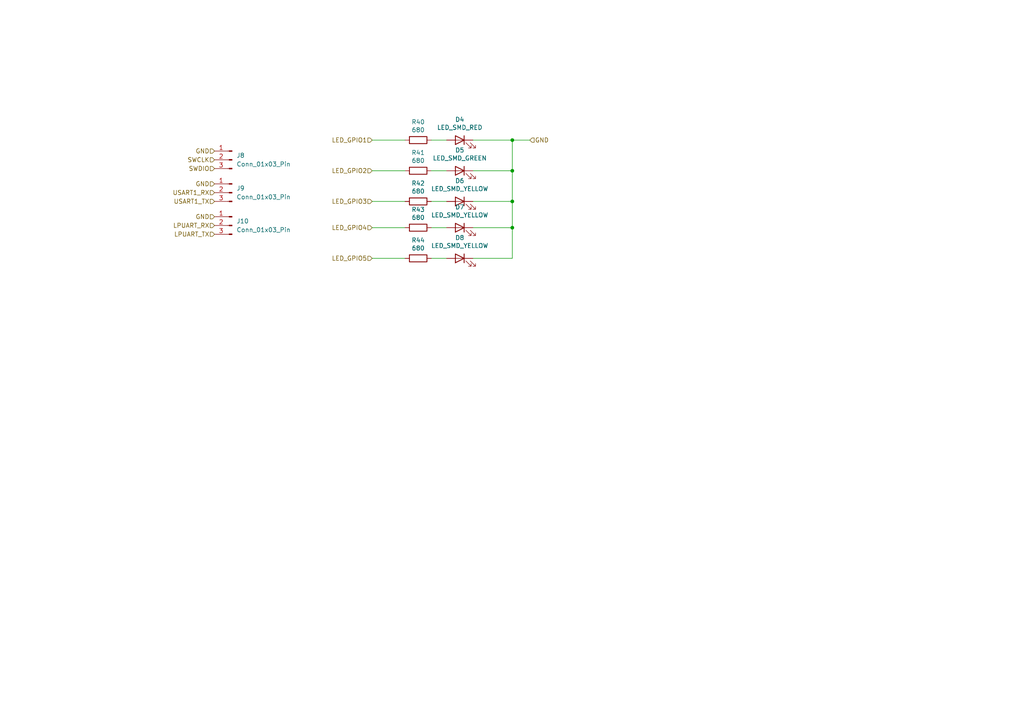
<source format=kicad_sch>
(kicad_sch (version 20231120) (generator "eeschema") (generator_version "8.0")
  (paper "A4")
  (lib_symbols
    (symbol "Connector:Conn_01x03_Pin" (pin_names (offset 1.016) hide)
      (property "Reference" "J" (at 0 5.08 0))
      (property "Value" "Conn_01x03_Pin" (at 0 -5.08 0))
      (symbol "Conn_01x03_Pin_1_1"
        (polyline (pts (xy 1.27 -2.54) (xy 0.8636 -2.54)) (stroke (width 0.1524)))
        (polyline (pts (xy 1.27 0) (xy 0.8636 0)) (stroke (width 0.1524)))
        (polyline (pts (xy 1.27 2.54) (xy 0.8636 2.54)) (stroke (width 0.1524)))
        (rectangle (start 0.8636 -2.413) (end 0 -2.667) (stroke (width 0.1524)) (fill (type outline)))
        (rectangle (start 0.8636 0.127) (end 0 -0.127) (stroke (width 0.1524)) (fill (type outline)))
        (rectangle (start 0.8636 2.667) (end 0 2.413) (stroke (width 0.1524)) (fill (type outline)))
        (pin passive line (at 5.08 2.54 180) (length 3.81) (name "Pin_1") (number "1"))
        (pin passive line (at 5.08 0 180) (length 3.81) (name "Pin_2") (number "2"))
        (pin passive line (at 5.08 -2.54 180) (length 3.81) (name "Pin_3") (number "3"))
      )
    )
    (symbol "Device:LED" (pin_numbers hide) (pin_names (offset 1.016) hide)
      (property "Reference" "D" (at 0 2.54 0))
      (property "Value" "LED" (at 0 -2.54 0))
      (symbol "LED_0_1"
        (polyline (pts (xy -1.27 -1.27) (xy -1.27 1.27)) (stroke (width 0.254)))
        (polyline (pts (xy -1.27 0) (xy 1.27 0)))
        (polyline (pts (xy 1.27 -1.27) (xy 1.27 1.27) (xy -1.27 0) (xy 1.27 -1.27)) (stroke (width 0.254)))
        (polyline (pts (xy -3.048 -0.762) (xy -4.572 -2.286) (xy -3.81 -2.286) (xy -4.572 -2.286) (xy -4.572 -1.524)))
        (polyline (pts (xy -1.778 -0.762) (xy -3.302 -2.286) (xy -2.54 -2.286) (xy -3.302 -2.286) (xy -3.302 -1.524)))
      )
      (symbol "LED_1_1"
        (pin passive line (at -3.81 0 0) (length 2.54) (name "K") (number "1"))
        (pin passive line (at 3.81 0 180) (length 2.54) (name "A") (number "2"))
      )
    )
    (symbol "Device:R" (pin_numbers hide) (pin_names (offset 0))
      (property "Reference" "R" (at 2.032 0 90))
      (property "Value" "R" (at 0 0 90))
      (symbol "R_0_1"
        (rectangle (start -1.016 -2.54) (end 1.016 2.54) (stroke (width 0.254)))
      )
      (symbol "R_1_1"
        (pin passive line (at 0 3.81 270) (length 1.27) (name "~") (number "1"))
        (pin passive line (at 0 -3.81 90) (length 1.27) (name "~") (number "2"))
      )
    )
  )
  (junction (at 148.59 58.42))
  (junction (at 148.59 40.64))
  (junction (at 148.59 66.04))
  (junction (at 148.59 49.53))
  (wire (pts (xy 137.16 49.53) (xy 148.59 49.53)))
  (wire (pts (xy 137.16 74.93) (xy 148.59 74.93)))
  (wire (pts (xy 148.59 40.64) (xy 153.67 40.64)))
  (wire (pts (xy 137.16 40.64) (xy 148.59 40.64)))
  (wire (pts (xy 137.16 66.04) (xy 148.59 66.04)))
  (wire (pts (xy 125.095 58.42) (xy 129.54 58.42)))
  (wire (pts (xy 125.095 40.64) (xy 129.54 40.64)))
  (wire (pts (xy 125.095 74.93) (xy 129.54 74.93)))
  (wire (pts (xy 148.59 66.04) (xy 148.59 74.93)))
  (wire (pts (xy 125.095 49.53) (xy 129.54 49.53)))
  (wire (pts (xy 148.59 49.53) (xy 148.59 58.42)))
  (wire (pts (xy 125.095 66.04) (xy 129.54 66.04)))
  (wire (pts (xy 148.59 40.64) (xy 148.59 49.53)))
  (wire (pts (xy 107.95 49.53) (xy 117.475 49.53)))
  (wire (pts (xy 107.95 40.64) (xy 117.475 40.64)))
  (wire (pts (xy 107.95 58.42) (xy 117.475 58.42)))
  (wire (pts (xy 137.16 58.42) (xy 148.59 58.42)))
  (wire (pts (xy 107.95 66.04) (xy 117.475 66.04)))
  (wire (pts (xy 148.59 58.42) (xy 148.59 66.04)))
  (wire (pts (xy 107.95 74.93) (xy 117.475 74.93)))
  (hierarchical_label "LPUART_RX" (shape input) (at 62.23 65.405 180))
  (hierarchical_label "LPUART_TX" (shape input) (at 62.23 67.945 180))
  (hierarchical_label "USART1_RX" (shape input) (at 62.23 55.88 180))
  (hierarchical_label "GND" (shape input) (at 153.67 40.64 0))
  (hierarchical_label "SWDIO" (shape input) (at 62.23 48.895 180))
  (hierarchical_label "SWCLK" (shape input) (at 62.23 46.355 180))
  (hierarchical_label "LED_GPIO5" (shape input) (at 107.95 74.93 180))
  (hierarchical_label "GND" (shape input) (at 62.23 43.815 180))
  (hierarchical_label "USART1_TX" (shape input) (at 62.23 58.42 180))
  (hierarchical_label "LED_GPIO1" (shape input) (at 107.95 40.64 180))
  (hierarchical_label "GND" (shape input) (at 62.23 62.865 180))
  (hierarchical_label "LED_GPIO4" (shape input) (at 107.95 66.04 180))
  (hierarchical_label "LED_GPIO3" (shape input) (at 107.95 58.42 180))
  (hierarchical_label "LED_GPIO2" (shape input) (at 107.95 49.53 180))
  (hierarchical_label "GND" (shape input) (at 62.23 53.34 180))
  (symbol (lib_id "Connector:Conn_01x03_Pin") (at 67.31 46.355 0) (mirror y) (unit 1)
    (property "Reference" "J8" (at 68.58 45.0849 0) (effects (justify right)))
    (property "Value" "Conn_01x03_Pin" (at 68.58 47.6249 0) (effects (justify right)))
    (property "Footprint" "Connector_PinHeader_2.54mm:PinHeader_1x03_P2.54mm_Vertical" (effects (hide yes)))
    (property "Description" "Generic connector, single row, 01x03, script generated" (effects (hide yes)))
  )
  (symbol (lib_id "Device:LED") (at 133.35 66.04 0) (mirror y) (unit 1)
    (property "Reference" "D7" (at 133.35 60.071 0))
    (property "Value" "LED_SMD_YELLOW" (at 133.35 62.3824 0))
    (property "Footprint" "LED_SMD:LED_0603_1608Metric_Pad1.05x0.95mm_HandSolder" (effects (hide yes)))
    (property "Description" "Light emitting diode" (effects (hide yes)))
    (property "Mfr. #" "150060YS75000" (effects (hide yes)))
    (property "Order" "https://www.digikey.com/product-detail/en/w%C3%BCrth-elektronik/150060YS75000/732-4981-1-ND/4489907" (effects (hide yes)))
  )
  (symbol (lib_id "Device:R") (at 121.285 66.04 270) (unit 1)
    (property "Reference" "R43" (at 121.285 60.7822 90))
    (property "Value" "680" (at 121.285 63.0936 90))
    (property "Footprint" "Resistor_SMD:R_0402_1005Metric_Pad0.72x0.64mm_HandSolder" (effects (hide yes)))
    (property "Datasheet" "https://www.mouser.com/datasheet/2/427/dcrcwe3-1762152.pdf" (effects (hide yes)))
    (property "Mfr. #" "CRCW0603330RJNEA" (effects (hide yes)))
    (property "Order" "https://www.mouser.com/ProductDetail/Vishay-Dale/CRCW0603330RJNEA?qs=sGAEpiMZZMvdGkrng054txEw7b1YnvGuOZy2K9Wfq5k%3D" (effects (hide yes)))
  )
  (symbol (lib_id "Device:R") (at 121.285 74.93 270) (unit 1)
    (property "Reference" "R44" (at 121.285 69.6722 90))
    (property "Value" "680" (at 121.285 71.9836 90))
    (property "Footprint" "Resistor_SMD:R_0402_1005Metric_Pad0.72x0.64mm_HandSolder" (effects (hide yes)))
    (property "Datasheet" "https://www.mouser.com/datasheet/2/427/dcrcwe3-1762152.pdf" (effects (hide yes)))
    (property "Mfr. #" "CRCW0603330RJNEA" (effects (hide yes)))
    (property "Order" "https://www.mouser.com/ProductDetail/Vishay-Dale/CRCW0603330RJNEA?qs=sGAEpiMZZMvdGkrng054txEw7b1YnvGuOZy2K9Wfq5k%3D" (effects (hide yes)))
  )
  (symbol (lib_id "Device:LED") (at 133.35 74.93 0) (mirror y) (unit 1)
    (property "Reference" "D8" (at 133.35 68.961 0))
    (property "Value" "LED_SMD_YELLOW" (at 133.35 71.2724 0))
    (property "Footprint" "LED_SMD:LED_0603_1608Metric_Pad1.05x0.95mm_HandSolder" (effects (hide yes)))
    (property "Description" "Light emitting diode" (effects (hide yes)))
    (property "Mfr. #" "150060YS75000" (effects (hide yes)))
    (property "Order" "https://www.digikey.com/product-detail/en/w%C3%BCrth-elektronik/150060YS75000/732-4981-1-ND/4489907" (effects (hide yes)))
  )
  (symbol (lib_id "Device:R") (at 121.285 49.53 270) (unit 1)
    (property "Reference" "R41" (at 121.285 44.2722 90))
    (property "Value" "680" (at 121.285 46.5836 90))
    (property "Footprint" "Resistor_SMD:R_0402_1005Metric_Pad0.72x0.64mm_HandSolder" (effects (hide yes)))
    (property "Datasheet" "https://www.mouser.com/datasheet/2/427/dcrcwe3-1762152.pdf" (effects (hide yes)))
    (property "Mfr. #" "CRCW0603330RJNEA" (effects (hide yes)))
    (property "Order" "https://www.mouser.com/ProductDetail/Vishay-Dale/CRCW0603330RJNEA?qs=sGAEpiMZZMvdGkrng054txEw7b1YnvGuOZy2K9Wfq5k%3D" (effects (hide yes)))
  )
  (symbol (lib_id "Device:LED") (at 133.35 40.64 0) (mirror y) (unit 1)
    (property "Reference" "D4" (at 133.35 34.671 0))
    (property "Value" "LED_SMD_RED" (at 133.35 36.9824 0))
    (property "Footprint" "LED_SMD:LED_0603_1608Metric_Pad1.05x0.95mm_HandSolder" (effects (hide yes)))
    (property "Description" "Light emitting diode" (effects (hide yes)))
    (property "Mfr. #" "150060RS75000" (effects (hide yes)))
    (property "Order" "https://www.digikey.com/product-detail/en/w%C3%BCrth-elektronik/150060RS75000/732-4978-1-ND/4489899" (effects (hide yes)))
  )
  (symbol (lib_id "Connector:Conn_01x03_Pin") (at 67.31 65.405 0) (mirror y) (unit 1)
    (property "Reference" "J10" (at 68.58 64.1349 0) (effects (justify right)))
    (property "Value" "Conn_01x03_Pin" (at 68.58 66.6749 0) (effects (justify right)))
    (property "Footprint" "Connector_PinHeader_2.54mm:PinHeader_1x03_P2.54mm_Vertical" (effects (hide yes)))
    (property "Description" "Generic connector, single row, 01x03, script generated" (effects (hide yes)))
  )
  (symbol (lib_id "Device:R") (at 121.285 40.64 270) (unit 1)
    (property "Reference" "R40" (at 121.285 35.3822 90))
    (property "Value" "680" (at 121.285 37.6936 90))
    (property "Footprint" "Resistor_SMD:R_0402_1005Metric_Pad0.72x0.64mm_HandSolder" (effects (hide yes)))
    (property "Datasheet" "https://www.mouser.com/datasheet/2/427/dcrcwe3-1762152.pdf" (effects (hide yes)))
    (property "Mfr. #" "CRCW0603330RJNEA" (effects (hide yes)))
    (property "Order" "https://www.mouser.com/ProductDetail/Vishay-Dale/CRCW0603330RJNEA?qs=sGAEpiMZZMvdGkrng054txEw7b1YnvGuOZy2K9Wfq5k%3D" (effects (hide yes)))
  )
  (symbol (lib_id "Connector:Conn_01x03_Pin") (at 67.31 55.88 0) (mirror y) (unit 1)
    (property "Reference" "J9" (at 68.58 54.6099 0) (effects (justify right)))
    (property "Value" "Conn_01x03_Pin" (at 68.58 57.1499 0) (effects (justify right)))
    (property "Footprint" "Connector_PinHeader_2.54mm:PinHeader_1x03_P2.54mm_Vertical" (effects (hide yes)))
    (property "Description" "Generic connector, single row, 01x03, script generated" (effects (hide yes)))
  )
  (symbol (lib_id "Device:LED") (at 133.35 49.53 0) (mirror y) (unit 1)
    (property "Reference" "D5" (at 133.35 43.561 0))
    (property "Value" "LED_SMD_GREEN" (at 133.35 45.8724 0))
    (property "Footprint" "LED_SMD:LED_0603_1608Metric_Pad1.05x0.95mm_HandSolder" (effects (hide yes)))
    (property "Description" "Light emitting diode" (effects (hide yes)))
    (property "Mfr. #" "150060VS75000" (effects (hide yes)))
    (property "Order" "https://www.digikey.com/product-detail/en/w%C3%BCrth-elektronik/150060VS75000/732-4980-1-ND/4489904" (effects (hide yes)))
  )
  (symbol (lib_id "Device:LED") (at 133.35 58.42 0) (mirror y) (unit 1)
    (property "Reference" "D6" (at 133.35 52.451 0))
    (property "Value" "LED_SMD_YELLOW" (at 133.35 54.7624 0))
    (property "Footprint" "LED_SMD:LED_0603_1608Metric_Pad1.05x0.95mm_HandSolder" (effects (hide yes)))
    (property "Description" "Light emitting diode" (effects (hide yes)))
    (property "Mfr. #" "150060YS75000" (effects (hide yes)))
    (property "Order" "https://www.digikey.com/product-detail/en/w%C3%BCrth-elektronik/150060YS75000/732-4981-1-ND/4489907" (effects (hide yes)))
  )
  (symbol (lib_id "Device:R") (at 121.285 58.42 270) (unit 1)
    (property "Reference" "R42" (at 121.285 53.1622 90))
    (property "Value" "680" (at 121.285 55.4736 90))
    (property "Footprint" "Resistor_SMD:R_0402_1005Metric_Pad0.72x0.64mm_HandSolder" (effects (hide yes)))
    (property "Datasheet" "https://www.mouser.com/datasheet/2/427/dcrcwe3-1762152.pdf" (effects (hide yes)))
    (property "Mfr. #" "CRCW0603330RJNEA" (effects (hide yes)))
    (property "Order" "https://www.mouser.com/ProductDetail/Vishay-Dale/CRCW0603330RJNEA?qs=sGAEpiMZZMvdGkrng054txEw7b1YnvGuOZy2K9Wfq5k%3D" (effects (hide yes)))
  )
)
</source>
